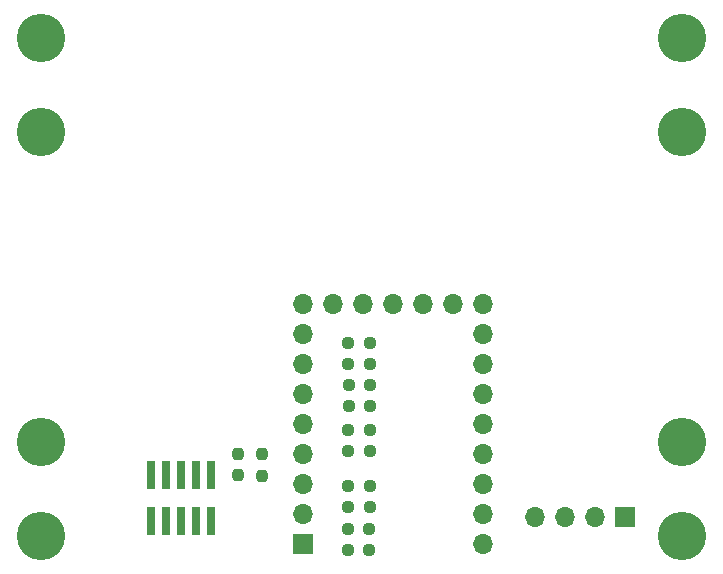
<source format=gbr>
%TF.GenerationSoftware,KiCad,Pcbnew,8.0.2-8.0.2-0~ubuntu22.04.1*%
%TF.CreationDate,2024-05-04T18:31:52-07:00*%
%TF.ProjectId,gps_interposer,6770735f-696e-4746-9572-706f7365722e,rev?*%
%TF.SameCoordinates,Original*%
%TF.FileFunction,Soldermask,Bot*%
%TF.FilePolarity,Negative*%
%FSLAX46Y46*%
G04 Gerber Fmt 4.6, Leading zero omitted, Abs format (unit mm)*
G04 Created by KiCad (PCBNEW 8.0.2-8.0.2-0~ubuntu22.04.1) date 2024-05-04 18:31:52*
%MOMM*%
%LPD*%
G01*
G04 APERTURE LIST*
G04 Aperture macros list*
%AMRoundRect*
0 Rectangle with rounded corners*
0 $1 Rounding radius*
0 $2 $3 $4 $5 $6 $7 $8 $9 X,Y pos of 4 corners*
0 Add a 4 corners polygon primitive as box body*
4,1,4,$2,$3,$4,$5,$6,$7,$8,$9,$2,$3,0*
0 Add four circle primitives for the rounded corners*
1,1,$1+$1,$2,$3*
1,1,$1+$1,$4,$5*
1,1,$1+$1,$6,$7*
1,1,$1+$1,$8,$9*
0 Add four rect primitives between the rounded corners*
20,1,$1+$1,$2,$3,$4,$5,0*
20,1,$1+$1,$4,$5,$6,$7,0*
20,1,$1+$1,$6,$7,$8,$9,0*
20,1,$1+$1,$8,$9,$2,$3,0*%
G04 Aperture macros list end*
%ADD10R,1.700000X1.700000*%
%ADD11O,1.700000X1.700000*%
%ADD12C,3.900000*%
%ADD13C,4.100000*%
%ADD14RoundRect,0.237500X-0.237500X0.250000X-0.237500X-0.250000X0.237500X-0.250000X0.237500X0.250000X0*%
%ADD15RoundRect,0.237500X0.250000X0.237500X-0.250000X0.237500X-0.250000X-0.237500X0.250000X-0.237500X0*%
%ADD16RoundRect,0.237500X-0.250000X-0.237500X0.250000X-0.237500X0.250000X0.237500X-0.250000X0.237500X0*%
%ADD17R,0.740000X2.400000*%
%ADD18RoundRect,0.237500X0.237500X-0.250000X0.237500X0.250000X-0.237500X0.250000X-0.237500X-0.250000X0*%
G04 APERTURE END LIST*
D10*
%TO.C,J5*%
X212344000Y-110490000D03*
D11*
X209804000Y-110490000D03*
X207264000Y-110490000D03*
X204724000Y-110490000D03*
%TD*%
D12*
%TO.C,H8*%
X162900000Y-69900000D03*
D13*
X162900000Y-69900000D03*
%TD*%
D12*
%TO.C,H7*%
X162900000Y-104100000D03*
D13*
X162900000Y-104100000D03*
%TD*%
D12*
%TO.C,H6*%
X217100000Y-104100000D03*
D13*
X217100000Y-104100000D03*
%TD*%
D12*
%TO.C,H5*%
X217100000Y-69900000D03*
D13*
X217100000Y-69900000D03*
%TD*%
D12*
%TO.C,H4*%
X162900000Y-77900000D03*
D13*
X162900000Y-77900000D03*
%TD*%
D12*
%TO.C,H3*%
X162900000Y-112100000D03*
D13*
X162900000Y-112100000D03*
%TD*%
%TO.C,H2*%
X217100000Y-112100000D03*
D12*
X217100000Y-112100000D03*
%TD*%
%TO.C,H1*%
X217100000Y-77900000D03*
D13*
X217100000Y-77900000D03*
%TD*%
D10*
%TO.C,U3*%
X185039000Y-112776000D03*
D11*
X185039000Y-110236000D03*
X185039000Y-107696000D03*
X185039000Y-105156000D03*
X185039000Y-102616000D03*
X185039000Y-100076000D03*
X185039000Y-97536000D03*
X185039000Y-94996000D03*
X185039000Y-92456000D03*
X187579000Y-92456000D03*
X190119000Y-92456000D03*
X192659000Y-92456000D03*
X195199000Y-92456000D03*
X197739000Y-92456000D03*
X200279000Y-92456000D03*
X200279000Y-94996000D03*
X200279000Y-97536000D03*
X200279000Y-100076000D03*
X200279000Y-102616000D03*
X200279000Y-105156000D03*
X200279000Y-107696000D03*
X200279000Y-110236000D03*
X200279000Y-112776000D03*
%TD*%
D14*
%TO.C,R29*%
X179578000Y-105109000D03*
X179578000Y-106934000D03*
%TD*%
D15*
%TO.C,R19*%
X190754000Y-101092000D03*
X188929000Y-101092000D03*
%TD*%
D16*
%TO.C,R14*%
X188863000Y-107823000D03*
X190688000Y-107823000D03*
%TD*%
%TO.C,R13*%
X188863000Y-109652000D03*
X190688000Y-109652000D03*
%TD*%
D15*
%TO.C,R18*%
X190674000Y-113284000D03*
X188849000Y-113284000D03*
%TD*%
D16*
%TO.C,R10*%
X188929000Y-99314000D03*
X190754000Y-99314000D03*
%TD*%
D17*
%TO.C,J2*%
X177220000Y-110850000D03*
X177220000Y-106950000D03*
X175950000Y-110850000D03*
X175950000Y-106950000D03*
X174680000Y-110850000D03*
X174680000Y-106950000D03*
X173410000Y-110850000D03*
X173410000Y-106950000D03*
X172140000Y-110850000D03*
X172140000Y-106950000D03*
%TD*%
D18*
%TO.C,R31*%
X181610000Y-106981000D03*
X181610000Y-105156000D03*
%TD*%
D15*
%TO.C,R7*%
X190721000Y-103124000D03*
X188896000Y-103124000D03*
%TD*%
D16*
%TO.C,R16*%
X188896000Y-95758000D03*
X190721000Y-95758000D03*
%TD*%
D15*
%TO.C,R17*%
X190721000Y-104902000D03*
X188896000Y-104902000D03*
%TD*%
D16*
%TO.C,R15*%
X188896000Y-97536000D03*
X190721000Y-97536000D03*
%TD*%
D15*
%TO.C,R2*%
X190674000Y-111506000D03*
X188849000Y-111506000D03*
%TD*%
M02*

</source>
